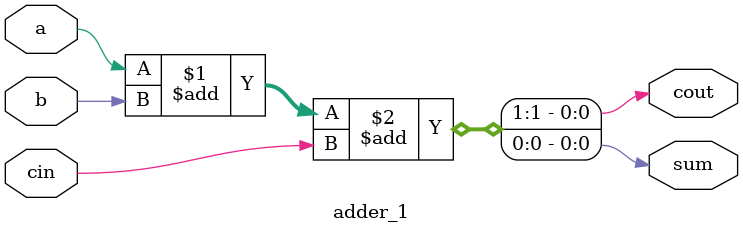
<source format=v>
`timescale 1ns / 1ps
module adder_1(
    input a,
    input b,
    input cin,
    output sum,
    output cout
    );
assign {cout,sum}=a+b+cin;
endmodule

</source>
